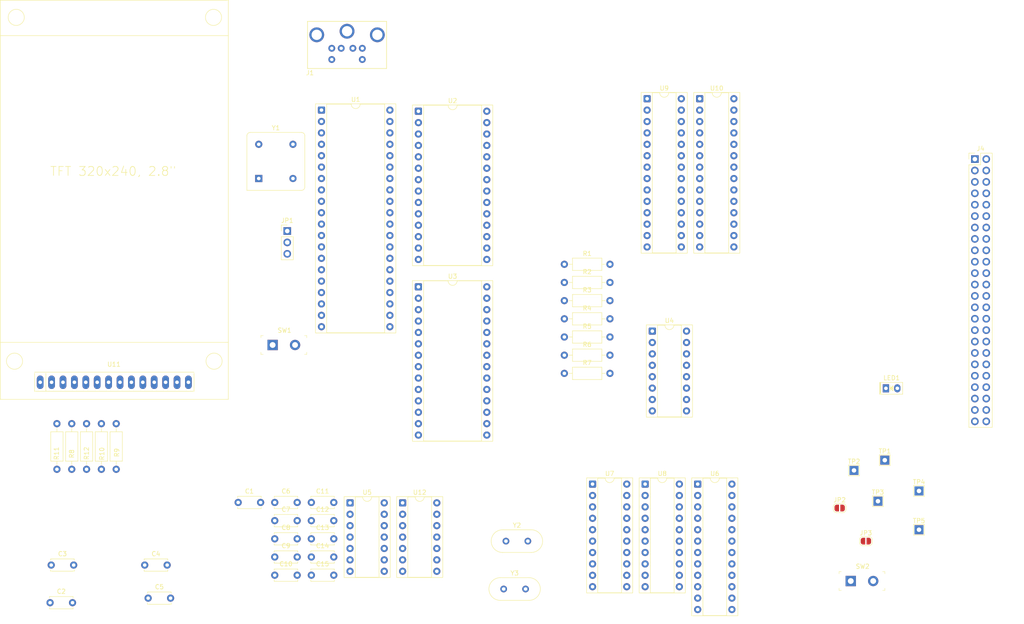
<source format=kicad_pcb>
(kicad_pcb (version 20241229) (generator "pcbnew") (generator_version "9.0")
  (title_block (title "Apple I - Reproduction Board") (date "2025-03-03") (rev "v100") (company "IARI Tech, LLC") (comment 1 "Based on original derivative work by Sergey Panarin - SmartyKit") (comment 2 "https://creativecommons.org/licenses/by-nc-sa/4.0/") (comment 3 "This work is licensed under CC BY-NC-SA 4.0") (comment 4 "Tom Gambill"))
  (layers (0 "F.Cu" signal) (4 "In1.Cu" power) (6 "In2.Cu" power) (2 "B.Cu" signal) (13 "F.Paste" user) (15 "B.Paste" user) (5 "F.SilkS" user "F.Silkscreen") (7 "B.SilkS" user "B.Silkscreen") (1 "F.Mask" user) (3 "B.Mask" user) (25 "Edge.Cuts" user))
  (net 0 "")
  (net 1 "+5V")
  (net 2 "GND")
  (net 3 "Net-(U9-XTAL1{slash}PB6)")
  (net 4 "Net-(U9-XTAL2{slash}PB7)")
  (net 5 "Net-(U10-XTAL1{slash}PB6)")
  (net 6 "Net-(U10-XTAL2{slash}PB7)")
  (net 7 "/PS2_Data")
  (net 10 "/PS2_Clock")
  (net 11 "/A0")
  (net 12 "/A14")
  (net 14 "/A2")
  (net 15 "/A1")
  (net 16 "W_")
  (net 17 "/A3")
  (net 18 "/A7")
  (net 19 "~{$9xxx}")
  (net 21 "/A11")
  (net 22 "/D0")
  (net 23 "Phi1")
  (net 24 "~{$Cxxx}")
  (net 25 "~{NMI}")
  (net 26 "/A10")
  (net 30 "/D6")
  (net 31 "/D2")
  (net 32 "/A13")
  (net 33 "~{IRQ}")
  (net 34 "/A5")
  (net 35 "/A15")
  (net 37 "/D3")
  (net 38 "/A6")
  (net 39 "R_")
  (net 40 "/D4")
  (net 41 "~{$Bxxx}")
  (net 42 "/D5")
  (net 44 "~{$8xxx}")
  (net 45 "/D1")
  (net 46 "~{$Axxx}")
  (net 48 "/A12")
  (net 49 "/A8")
  (net 51 "Ext_Clk")
  (net 52 "/A4")
  (net 53 "/A9")
  (net 55 "/D7")
  (net 56 "Phi2")
  (net 57 "Net-(JP1-B)")
  (net 58 "Net-(JP1-C)")
  (net 59 "Net-(JP2-A)")
  (net 60 "Net-(JP3-A)")
  (net 61 "Net-(LED1-A)")
  (net 62 "Net-(LED1-K)")
  (net 63 "Net-(U1-RDY)")
  (net 64 "Net-(U1-~{RES})")
  (net 65 "Net-(U9-~{RESET}{slash}PC6)")
  (net 66 "Net-(SW2A-D)")
  (net 67 "Net-(U11-RESET)")
  (net 68 "/SPI.RST")
  (net 69 "Net-(U11-SCK)")
  (net 70 "/SPI.SCK")
  (net 71 "/SPI.MOSI")
  (net 72 "Net-(U11-MOSI)")
  (net 73 "Net-(U11-~{CS})")
  (net 74 "/SPI.DC")
  (net 75 "Net-(U11-D{slash}~{C})")
  (net 76 "Net-(U10-PD2)")
  (net 77 "Net-(U11-MISO)")
  (net 78 "/I2C.SDA")
  (net 79 "/I2C.SCL")
  (net 80 "Net-(U9-PC4)")
  (net 84 "CPU_RW")
  (net 86 "~{ROM_SEL_}")
  (net 87 "~{$Exxx}")
  (net 88 "~{$Dxxx}")
  (net 89 "~{$Fxxx}")
  (net 90 "Net-(U5-3A)")
  (net 94 "~{Keyboard}")
  (net 104 "~{Vid_Bit7}")
  (net 105 "~{Video}")
  (net 106 "~{Kbd_Bit7}")
  (net 107 "/KD3")
  (net 108 "/KD1")
  (net 109 "/KD4")
  (net 110 "/KD5")
  (net 111 "/KD7")
  (net 112 "/KD0")
  (net 113 "/KD6")
  (net 114 "/KD2")
  (net 115 "/VD5")
  (net 116 "/VD1")
  (net 117 "/VD7")
  (net 118 "/VD3")
  (net 119 "/VD0")
  (net 120 "/VD2")
  (net 121 "/VD4")
  (net 122 "/VD6")
  (net 127 "KBIT7")
  (net 131 "VBIT7")
  (footprint "Resistor_THT:R_Axial_DIN0207_L6.3mm_D2.5mm_P10.16mm_Horizontal" (layer "F.Cu") (at 165.608 88.406)
    (property "Reference" "R4" (at 5.08 -2.37 0) (layer "F.SilkS"))
    (property "Value" "3.3K")
    (pad "1" thru_hole circle (at 0 0) (size 1.6 1.6) (drill 0.8) (layers "*.Cu" "*.Mask") (net 1 "+5V"))
    (pad "2" thru_hole oval (at 10.16 0) (size 1.6 1.6) (drill 0.8) (layers "*.Cu" "*.Mask") (net 64 "Net-(U1-~{RES})"))
  )
  (footprint "TestPoint:TestPoint_THTPad_2.0x2.0mm_Drill1.0mm" (layer "F.Cu") (at 236.982 119.888)
    (property "Reference" "TP1" (at 0 -1.998 0) (layer "F.SilkS"))
    (property "Value" "Beep")
    (pad "1" thru_hole rect (at 0 0) (size 2 2) (drill 1) (layers "*.Cu" "*.Mask") (net 76 "Net-(U10-PD2)"))
  )
  (footprint "Resistor_THT:R_Axial_DIN0207_L6.3mm_D2.5mm_P10.16mm_Horizontal" (layer "F.Cu") (at 59.182 111.76 -90)
    (property "Reference" "R12" (at 6.604 0 90) (layer "F.SilkS"))
    (property "Value" "10K")
    (pad "1" thru_hole circle (at 0 0 270) (size 1.6 1.6) (drill 0.8) (layers "*.Cu" "*.Mask") (net 75 "Net-(U11-D{slash}~{C})"))
    (pad "2" thru_hole oval (at 10.16 0 270) (size 1.6 1.6) (drill 0.8) (layers "*.Cu" "*.Mask") (net 74 "/SPI.DC"))
  )
  (footprint "Crystal:Crystal_HC49-4H_Vertical" (layer "F.Cu") (at 152.6 137.922)
    (property "Reference" "Y2" (at 2.44 -3.525 0) (layer "F.SilkS"))
    (property "Value" "16MHz")
    (pad "1" thru_hole circle (at 0 0) (size 1.5 1.5) (drill 0.8) (layers "*.Cu" "*.Mask") (net 3 "Net-(U9-XTAL1{slash}PB6)"))
    (pad "2" thru_hole circle (at 4.88 0) (size 1.5 1.5) (drill 0.8) (layers "*.Cu" "*.Mask") (net 4 "Net-(U9-XTAL2{slash}PB7)"))
  )
  (footprint "Resistor_THT:R_Axial_DIN0207_L6.3mm_D2.5mm_P10.16mm_Horizontal" (layer "F.Cu") (at 165.608 80.306)
    (property "Reference" "R2" (at 5.08 -2.37 0) (layer "F.SilkS"))
    (property "Value" "3.3K")
    (pad "1" thru_hole circle (at 0 0) (size 1.6 1.6) (drill 0.8) (layers "*.Cu" "*.Mask") (net 1 "+5V"))
    (pad "2" thru_hole oval (at 10.16 0) (size 1.6 1.6) (drill 0.8) (layers "*.Cu" "*.Mask") (net 25 "~{NMI}"))
  )
  (footprint "Resistor_THT:R_Axial_DIN0207_L6.3mm_D2.5mm_P10.16mm_Horizontal" (layer "F.Cu") (at 65.786 111.76 -90)
    (property "Reference" "R9" (at 6.45 -0.134 90) (layer "F.SilkS"))
    (property "Value" "10K")
    (pad "1" thru_hole circle (at 0 0 270) (size 1.6 1.6) (drill 0.8) (layers "*.Cu" "*.Mask") (net 69 "Net-(U11-SCK)"))
    (pad "2" thru_hole oval (at 10.16 0 270) (size 1.6 1.6) (drill 0.8) (layers "*.Cu" "*.Mask") (net 70 "/SPI.SCK"))
  )
  (footprint "Capacitor_THT:C_Disc_D5.0mm_W2.5mm_P5.00mm" (layer "F.Cu") (at 72.898 150.622)
    (property "Reference" "C5" (at 2.5 -2.5 0) (layer "F.SilkS"))
    (property "Value" "22pF")
    (pad "1" thru_hole circle (at 0 0) (size 1.6 1.6) (drill 0.8) (layers "*.Cu" "*.Mask") (net 6 "Net-(U10-XTAL2{slash}PB7)"))
    (pad "2" thru_hole circle (at 5 0) (size 1.6 1.6) (drill 0.8) (layers "*.Cu" "*.Mask") (net 2 "GND"))
  )
  (footprint "TestPoint:TestPoint_THTPad_2.0x2.0mm_Drill1.0mm" (layer "F.Cu") (at 244.602 126.746)
    (property "Reference" "TP4" (at 0 -1.998 0) (layer "F.SilkS"))
    (property "Value" "TV-SCL")
    (pad "1" thru_hole rect (at 0 0) (size 2 2) (drill 1) (layers "*.Cu" "*.Mask") (net 79 "/I2C.SCL"))
  )
  (footprint "Jumper:SolderJumper-2_P1.3mm_Open_RoundedPad1.0x1.5mm" (layer "F.Cu") (at 232.776 137.922)
    (property "Reference" "JP3" (at 0 -1.8 0) (layer "F.SilkS"))
    (property "Value" "AREF")
    (pad "1" smd custom (at -0.65 0) (size 1 0.5) (layers "F.Cu" "F.Mask") (net 60 "Net-(JP3-A)") (options (clearance outline) (anchor rect)) (primitives (gr_circle (center 0 0.25) (end 0.5 0.25) (width 0) (fill yes)) (gr_circle (center 0 -0.25) (end 0.5 -0.25) (width 0) (fill yes)) (gr_poly (pts (xy 0.5 0.75) (xy 0 0.75) (xy 0 -0.75) (xy 0.5 -0.75)) (width 0) (fill yes))))
    (pad "2" smd custom (at 0.65 0) (size 1 0.5) (layers "F.Cu" "F.Mask") (net 1 "+5V") (options (clearance outline) (anchor rect)) (primitives (gr_circle (center 0 0.25) (end 0.5 0.25) (width 0) (fill yes)) (gr_circle (center 0 -0.25) (end 0.5 -0.25) (width 0) (fill yes)) (gr_poly (pts (xy 0 0.75) (xy -0.5 0.75) (xy -0.5 -0.75) (xy 0 -0.75)) (width 0) (fill yes))))
  )
  (footprint "TestPoint:TestPoint_THTPad_2.0x2.0mm_Drill1.0mm" (layer "F.Cu") (at 235.458 129.032)
    (property "Reference" "TP3" (at 0 -1.998 0) (layer "F.SilkS"))
    (property "Value" "TV-SDA")
    (pad "1" thru_hole rect (at 0 0) (size 2 2) (drill 1) (layers "*.Cu" "*.Mask") (net 78 "/I2C.SDA"))
  )
  (footprint "Resistor_THT:R_Axial_DIN0207_L6.3mm_D2.5mm_P10.16mm_Horizontal" (layer "F.Cu") (at 165.608 100.556)
    (property "Reference" "R7" (at 5.08 -2.37 0) (layer "F.SilkS"))
    (property "Value" "10K")
    (pad "1" thru_hole circle (at 0 0) (size 1.6 1.6) (drill 0.8) (layers "*.Cu" "*.Mask") (net 66 "Net-(SW2A-D)"))
    (pad "2" thru_hole oval (at 10.16 0) (size 1.6 1.6) (drill 0.8) (layers "*.Cu" "*.Mask") (net 1 "+5V"))
  )
  (footprint "Oscillator:Oscillator_DIP-8" (layer "F.Cu") (at 97.536 57.15)
    (property "Reference" "Y1" (at 3.81 -11.26 0) (layer "F.SilkS"))
    (property "Value" "1MHz")
    (pad "1" thru_hole rect (at 0 0) (size 1.6 1.6) (drill 0.8) (layers "*.Cu" "*.Mask") (net 57 "Net-(JP1-B)"))
    (pad "4" thru_hole circle (at 7.62 0) (size 1.6 1.6) (drill 0.8) (layers "*.Cu" "*.Mask") (net 2 "GND"))
    (pad "5" thru_hole circle (at 7.62 -7.62) (size 1.6 1.6) (drill 0.8) (layers "*.Cu" "*.Mask"))
    (pad "8" thru_hole circle (at 0 -7.62) (size 1.6 1.6) (drill 0.8) (layers "*.Cu" "*.Mask") (net 1 "+5V"))
  )
  (footprint "Capacitor_THT:C_Disc_D5.0mm_W2.5mm_P5.00mm" (layer "F.Cu") (at 109.25 137.41)
    (property "Reference" "C13" (at 2.5 -2.5 0) (layer "F.SilkS"))
    (property "Value" ".1uF")
    (pad "1" thru_hole circle (at 0 0) (size 1.6 1.6) (drill 0.8) (layers "*.Cu" "*.Mask") (net 2 "GND"))
    (pad "2" thru_hole circle (at 5 0) (size 1.6 1.6) (drill 0.8) (layers "*.Cu" "*.Mask") (net 1 "+5V"))
  )
  (footprint "TestPoint:TestPoint_THTPad_2.0x2.0mm_Drill1.0mm" (layer "F.Cu") (at 230.124 122.174)
    (property "Reference" "TP2" (at 0 -1.998 0) (layer "F.SilkS"))
    (property "Value" "MISO")
    (pad "1" thru_hole rect (at 0 0) (size 2 2) (drill 1) (layers "*.Cu" "*.Mask") (net 77 "Net-(U11-MISO)"))
  )
  (footprint "Capacitor_THT:C_Disc_D5.0mm_W2.5mm_P5.00mm" (layer "F.Cu") (at 101.1 145.51)
    (property "Reference" "C10" (at 2.5 -2.5 0) (layer "F.SilkS"))
    (property "Value" ".1uF")
    (pad "1" thru_hole circle (at 0 0) (size 1.6 1.6) (drill 0.8) (layers "*.Cu" "*.Mask") (net 2 "GND"))
    (pad "2" thru_hole circle (at 5 0) (size 1.6 1.6) (drill 0.8) (layers "*.Cu" "*.Mask") (net 1 "+5V"))
  )
  (footprint "Capacitor_THT:C_Disc_D5.0mm_W2.5mm_P5.00mm" (layer "F.Cu") (at 101.1 133.36)
    (property "Reference" "C7" (at 2.5 -2.5 0) (layer "F.SilkS"))
    (property "Value" ".1uF")
    (pad "1" thru_hole circle (at 0 0) (size 1.6 1.6) (drill 0.8) (layers "*.Cu" "*.Mask") (net 2 "GND"))
    (pad "2" thru_hole circle (at 5 0) (size 1.6 1.6) (drill 0.8) (layers "*.Cu" "*.Mask") (net 1 "+5V"))
  )
  (footprint "Capacitor_THT:C_Disc_D5.0mm_W2.5mm_P5.00mm" (layer "F.Cu") (at 101.1 129.31)
    (property "Reference" "C6" (at 2.5 -2.5 0) (layer "F.SilkS"))
    (property "Value" ".1uF")
    (pad "1" thru_hole circle (at 0 0) (size 1.6 1.6) (drill 0.8) (layers "*.Cu" "*.Mask") (net 2 "GND"))
    (pad "2" thru_hole circle (at 5 0) (size 1.6 1.6) (drill 0.8) (layers "*.Cu" "*.Mask") (net 1 "+5V"))
  )
  (footprint "Package_DIP:DIP-14_W7.62mm_Socket" (layer "F.Cu") (at 117.87 129.4)
    (property "Reference" "U5" (at 3.81 -2.33 0) (layer "F.SilkS"))
    (property "Value" "SN74HC00N")
    (pad "1" thru_hole roundrect (at 0 0) (size 1.6 1.6) (drill 0.8) (layers "*.Cu" "*.Mask") (roundrect_rratio 0.15625) (net 84 "CPU_RW"))
    (pad "2" thru_hole circle (at 0 2.54) (size 1.6 1.6) (drill 0.8) (layers "*.Cu" "*.Mask") (net 84 "CPU_RW"))
    (pad "3" thru_hole circle (at 0 5.08) (size 1.6 1.6) (drill 0.8) (layers "*.Cu" "*.Mask") (net 39 "R_"))
    (pad "4" thru_hole circle (at 0 7.62) (size 1.6 1.6) (drill 0.8) (layers "*.Cu" "*.Mask") (net 56 "Phi2"))
    (pad "5" thru_hole circle (at 0 10.16) (size 1.6 1.6) (drill 0.8) (layers "*.Cu" "*.Mask") (net 39 "R_"))
    (pad "6" thru_hole circle (at 0 12.7) (size 1.6 1.6) (drill 0.8) (layers "*.Cu" "*.Mask") (net 16 "W_"))
    (pad "7" thru_hole circle (at 0 15.24) (size 1.6 1.6) (drill 0.8) (layers "*.Cu" "*.Mask") (net 2 "GND"))
    (pad "8" thru_hole circle (at 7.62 15.24) (size 1.6 1.6) (drill 0.8) (layers "*.Cu" "*.Mask") (net 86 "~{ROM_SEL_}"))
    (pad "9" thru_hole circle (at 7.62 12.7) (size 1.6 1.6) (drill 0.8) (layers "*.Cu" "*.Mask") (net 90 "Net-(U5-3A)"))
    (pad "10" thru_hole circle (at 7.62 10.16) (size 1.6 1.6) (drill 0.8) (layers "*.Cu" "*.Mask") (net 90 "Net-(U5-3A)"))
    (pad "11" thru_hole circle (at 7.62 7.62) (size 1.6 1.6) (drill 0.8) (layers "*.Cu" "*.Mask") (net 90 "Net-(U5-3A)"))
    (pad "12" thru_hole circle (at 7.62 5.08) (size 1.6 1.6) (drill 0.8) (layers "*.Cu" "*.Mask") (net 87 "~{$Exxx}"))
    (pad "13" thru_hole circle (at 7.62 2.54) (size 1.6 1.6) (drill 0.8) (layers "*.Cu" "*.Mask") (net 89 "~{$Fxxx}"))
    (pad "14" thru_hole circle (at 7.62 0) (size 1.6 1.6) (drill 0.8) (layers "*.Cu" "*.Mask") (net 1 "+5V"))
  )
  (footprint "PCM_LED_THT_AKL:LED_D2.0mm_W4.8mm_H2.5mm_FlatTop" (layer "F.Cu") (at 237.236 103.886)
    (property "Reference" "LED1" (at 1.27 -2.31 0) (layer "F.SilkS"))
    (property "Value" "KBD" (hide yes))
    (pad "1" thru_hole rect (at 0 0) (size 1.4 1.8) (drill 0.8) (layers "*.Cu" "*.Mask") (net 62 "Net-(LED1-K)"))
    (pad "2" thru_hole oval (at 2.54 0) (size 1.4 1.8) (drill 0.8) (layers "*.Cu" "*.Mask") (net 61 "Net-(LED1-A)"))
  )
  (footprint "Package_DIP:DIP-24_W7.62mm_Socket" (layer "F.Cu") (at 195.31 125.22)
    (property "Reference" "U6" (at 3.81 -2.33 0) (layer "F.SilkS"))
    (property "Value" "74154")
    (pad "1" thru_hole roundrect (at 0 0) (size 1.6 1.6) (drill 0.8) (layers "*.Cu" "*.Mask") (roundrect_rratio 0.15625))
    (pad "2" thru_hole circle (at 0 2.54) (size 1.6 1.6) (drill 0.8) (layers "*.Cu" "*.Mask") (net 94 "~{Keyboard}"))
    (pad "3" thru_hole circle (at 0 5.08) (size 1.6 1.6) (drill 0.8) (layers "*.Cu" "*.Mask"))
    (pad "4" thru_hole circle (at 0 7.62) (size 1.6 1.6) (drill 0.8) (layers "*.Cu" "*.Mask"))
    (pad "5" thru_hole circle (at 0 10.16) (size 1.6 1.6) (drill 0.8) (layers "*.Cu" "*.Mask"))
    (pad "6" thru_hole circle (at 0 12.7) (size 1.6 1.6) (drill 0.8) (layers "*.Cu" "*.Mask") (net 106 "~{Kbd_Bit7}"))
    (pad "7" thru_hole circle (at 0 15.24) (size 1.6 1.6) (drill 0.8) (layers "*.Cu" "*.Mask"))
    (pad "8" thru_hole circle (at 0 17.78) (size 1.6 1.6) (drill 0.8) (layers "*.Cu" "*.Mask"))
    (pad "9" thru_hole circle (at 0 20.32) (size 1.6 1.6) (drill 0.8) (layers "*.Cu" "*.Mask") (net 105 "~{Video}"))
    (pad "10" thru_hole circle (at 0 22.86) (size 1.6 1.6) (drill 0.8) (layers "*.Cu" "*.Mask") (net 104 "~{Vid_Bit7}"))
    (pad "11" thru_hole circle (at 0 25.4) (size 1.6 1.6) (drill 0.8) (layers "*.Cu" "*.Mask"))
    (pad "12" thru_hole circle (at 0 27.94) (size 1.6 1.6) (drill 0.8) (layers "*.Cu" "*.Mask") (net 2 "GND"))
    (pad "13" thru_hole circle (at 7.62 27.94) (size 1.6 1.6) (drill 0.8) (layers "*.Cu" "*.Mask"))
    (pad "14" thru_hole circle (at 7.62 25.4) (size 1.6 1.6) (drill 0.8) (layers "*.Cu" "*.Mask"))
    (pad "15" thru_hole circle (at 7.62 22.86) (size 1.6 1.6) (drill 0.8) (layers "*.Cu" "*.Mask"))
    (pad "16" thru_hole circle (at 7.62 20.32) (size 1.6 1.6) (drill 0.8) (layers "*.Cu" "*.Mask"))
    (pad "17" thru_hole circle (at 7.62 17.78) (size 1.6 1.6) (drill 0.8) (layers "*.Cu" "*.Mask"))
    (pad "18" thru_hole circle (at 7.62 15.24) (size 1.6 1.6) (drill 0.8) (layers "*.Cu" "*.Mask") (net 88 "~{$Dxxx}"))
    (pad "19" thru_hole circle (at 7.62 12.7) (size 1.6 1.6) (drill 0.8) (layers "*.Cu" "*.Mask") (net 2 "GND"))
    (pad "20" thru_hole circle (at 7.62 10.16) (size 1.6 1.6) (drill 0.8) (layers "*.Cu" "*.Mask") (net 15 "/A1"))
    (pad "21" thru_hole circle (at 7.62 7.62) (size 1.6 1.6) (drill 0.8) (layers "*.Cu" "*.Mask") (net 11 "/A0"))
    (pad "22" thru_hole circle (at 7.62 5.08) (size 1.6 1.6) (drill 0.8) (layers "*.Cu" "*.Mask") (net 16 "W_"))
    (pad "23" thru_hole circle (at 7.62 2.54) (size 1.6 1.6) (drill 0.8) (layers "*.Cu" "*.Mask") (net 39 "R_"))
    (pad "24" thru_hole circle (at 7.62 0) (size 1.6 1.6) (drill 0.8) (layers "*.Cu" "*.Mask") (net 1 "+5V"))
  )
  (footprint "digikey-footprints:TFT-320x240" (layer "F.Cu") (at 65.36 102.54)
    (property "Reference" "U11" (at -0.082 -3.988 0) (layer "F.SilkS"))
    (property "Value" "2.8 TFT SPI 240x320 V1.2")
    (fp_text user "TFT 320x240, 2.8\"" (at -0.254 -46.99 0) (layer "F.SilkS") (effects (font (size 2 2))))
    (pad "1" thru_hole oval (at -16.51 0) (size 1.5 3) (drill 0.8) (layers "*.Cu" "*.Mask") (net 1 "+5V"))
    (pad "2" thru_hole oval (at -13.97 0) (size 1.5 3) (drill 0.8) (layers "*.Cu" "*.Mask") (net 2 "GND"))
    (pad "3" thru_hole oval (at -11.43 0) (size 1.5 3) (drill 0.8) (layers "*.Cu" "*.Mask") (net 73 "Net-(U11-~{CS})"))
    (pad "4" thru_hole oval (at -8.89 0) (size 1.5 3) (drill 0.8) (layers "*.Cu" "*.Mask") (net 67 "Net-(U11-RESET)"))
    (pad "5" thru_hole oval (at -6.35 0) (size 1.5 3) (drill 0.8) (layers "*.Cu" "*.Mask") (net 75 "Net-(U11-D{slash}~{C})"))
    (pad "6" thru_hole oval (at -3.81 0) (size 1.5 3) (drill 0.8) (layers "*.Cu" "*.Mask") (net 72 "Net-(U11-MOSI)"))
    (pad "7" thru_hole oval (at -1.27 0) (size 1.5 3) (drill 0.8) (layers "*.Cu" "*.Mask") (net 69 "Net-(U11-SCK)"))
    (pad "8" thru_hole oval (at 1.27 0) (size 1.5 3) (drill 0.8) (layers "*.Cu" "*.Mask") (net 1 "+5V"))
    (pad "9" thru_hole oval (at 3.81 0) (size 1.5 3) (drill 0.8) (layers "*.Cu" "*.Mask") (net 77 "Net-(U11-MISO)"))
    (pad "10" thru_hole oval (at 6.35 0) (size 1.5 3) (drill 0.8) (layers "*.Cu" "*.Mask"))
    (pad "11" thru_hole oval (at 8.89 0) (size 1.5 3) (drill 0.8) (layers "*.Cu" "*.Mask"))
    (pad "12" thru_hole oval (at 11.43 0) (size 1.5 3) (drill 0.8) (layers "*.Cu" "*.Mask"))
    (pad "13" thru_hole oval (at 13.97 0) (size 1.5 3) (drill 0.8) (layers "*.Cu" "*.Mask"))
    (pad "14" thru_hole oval (at 16.51 0) (size 1.5 3) (drill 0.8) (layers "*.Cu" "*.Mask"))
  )
  (footprint "Package_DIP:DIP-28_W15.24mm_Socket" (layer "F.Cu") (at 133.096 42.164)
    (property "Reference" "U2" (at 7.62 -2.33 0) (layer "F.SilkS"))
    (property "Value" "UT62256CPCL")
    (pad "1" thru_hole roundrect (at 0 0) (size 1.6 1.6) (drill 0.8) (layers "*.Cu" "*.Mask") (roundrect_rratio 0.15625) (net 12 "/A14"))
    (pad "2" thru_hole circle (at 0 2.54) (size 1.6 1.6) (drill 0.8) (layers "*.Cu" "*.Mask") (net 48 "/A12"))
    (pad "3" thru_hole circle (at 0 5.08) (size 1.6 1.6) (drill 0.8) (layers "*.Cu" "*.Mask") (net 18 "/A7"))
    (pad "4" thru_hole circle (at 0 7.62) (size 1.6 1.6) (drill 0.8) (layers "*.Cu" "*.Mask") (net 38 "/A6"))
    (pad "5" thru_hole circle (at 0 10.16) (size 1.6 1.6) (drill 0.8) (layers "*.Cu" "*.Mask") (net 34 "/A5"))
    (pad "6" thru_hole circle (at 0 12.7) (size 1.6 1.6) (drill 0.8) (layers "*.Cu" "*.Mask") (net 52 "/A4"))
    (pad "7" thru_hole circle (at 0 15.24) (size 1.6 1.6) (drill 0.8) (layers "*.Cu" "*.Mask") (net 17 "/A3"))
    (pad "8" thru_hole circle (at 0 17.78) (size 1.6 1.6) (drill 0.8) (layers "*.Cu" "*.Mask") (net 14 "/A2"))
    (pad "9" thru_hole circle (at 0 20.32) (size 1.6 1.6) (drill 0.8) (layers "*.Cu" "*.Mask") (net 15 "/A1"))
    (pad "10" thru_hole circle (at 0 22.86) (size 1.6 1.6) (drill 0.8) (layers "*.Cu" "*.Mask") (net 11 "/A0"))
    (pad "11" thru_hole circle (at 0 25.4) (size 1.6 1.6) (drill 0.8) (layers "*.Cu" "*.Mask") (net 22 "/D0"))
    (pad "12" thru_hole circle (at 0 27.94) (size 1.6 1.6) (drill 0.8) (layers "*.Cu" "*.Mask") (net 45 "/D1"))
    (pad "13" thru_hole circle (at 0 30.48) (size 1.6 1.6) (drill 0.8) (layers "*.Cu" "*.Mask") (net 31 "/D2"))
    (pad "14" thru_hole circle (at 0 33.02) (size 1.6 1.6) (drill 0.8) (layers "*.Cu" "*.Mask") (net 2 "GND"))
    (pad "15" thru_hole circle (at 15.24 33.02) (size 1.6 1.6) (drill 0.8) (layers "*.Cu" "*.Mask") (net 37 "/D3"))
    (pad "16" thru_hole circle (at 15.24 30.48) (size 1.6 1.6) (drill 0.8) (layers "*.Cu" "*.Mask") (net 40 "/D4"))
    (pad "17" thru_hole circle (at 15.24 27.94) (size 1.6 1.6) (drill 0.8) (layers "*.Cu" "*.Mask") (net 42 "/D5"))
    (pad "18" thru_hole circle (at 15.24 25.4) (size 1.6 1.6) (drill 0.8) (layers "*.Cu" "*.Mask") (net 30 "/D6"))
    (pad "19" thru_hole circle (at 15.24 22.86) (size 1.6 1.6) (drill 0.8) (layers "*.Cu" "*.Mask") (net 55 "/D7"))
    (pad "20" thru_hole circle (at 15.24 20.32) (size 1.6 1.6) (drill 0.8) (layers "*.Cu" "*.Mask") (net 35 "/A15"))
    (pad "21" thru_hole circle (at 15.24 17.78) (size 1.6 1.6) (drill 0.8) (layers "*.Cu" "*.Mask") (net 26 "/A10"))
    (pad "22" thru_hole circle (at 15.24 15.24) (size 1.6 1.6) (drill 0.8) (layers "*.Cu" "*.Mask") (net 35 "/A15"))
    (pad "23" thru_hole circle (at 15.24 12.7) (size 1.6 1.6) (drill 0.8) (layers "*.Cu" "*.Mask") (net 21 "/A11"))
    (pad "24" thru_hole circle (at 15.24 10.16) (size 1.6 1.6) (drill 0.8) (layers "*.Cu" "*.Mask") (net 53 "/A9"))
    (pad "25" thru_hole circle (at 15.24 7.62) (size 1.6 1.6) (drill 0.8) (layers "*.Cu" "*.Mask") (net 49 "/A8"))
    (pad "26" thru_hole circle (at 15.24 5.08) (size 1.6 1.6) (drill 0.8) (layers "*.Cu" "*.Mask") (net 32 "/A13"))
    (pad "27" thru_hole circle (at 15.24 2.54) (size 1.6 1.6) (drill 0.8) (layers "*.Cu" "*.Mask") (net 16 "W_"))
    (pad "28" thru_hole circle (at 15.24 0) (size 1.6 1.6) (drill 0.8) (layers "*.Cu" "*.Mask") (net 1 "+5V"))
  )
  (footprint "Package_DIP:DIP-14_W7.62mm_Socket" (layer "F.Cu") (at 129.58 129.4)
    (property "Reference" "U12" (at 3.81 -2.33 0) (layer "F.SilkS"))
    (property "Value" "SN74AHC125N")
    (pad "1" thru_hole roundrect (at 0 0) (size 1.6 1.6) (drill 0.8) (layers "*.Cu" "*.Mask") (roundrect_rratio 0.15625) (net 104 "~{Vid_Bit7}"))
    (pad "2" thru_hole circle (at 0 2.54) (size 1.6 1.6) (drill 0.8) (layers "*.Cu" "*.Mask") (net 131 "VBIT7"))
    (pad "3" thru_hole circle (at 0 5.08) (size 1.6 1.6) (drill 0.8) (layers "*.Cu" "*.Mask") (net 55 "/D7"))
    (pad "4" thru_hole circle (at 0 7.62) (size 1.6 1.6) (drill 0.8) (layers "*.Cu" "*.Mask") (net 106 "~{Kbd_Bit7}"))
    (pad "5" thru_hole circle (at 0 10.16) (size 1.6 1.6) (drill 0.8) (layers "*.Cu" "*.Mask") (net 127 "KBIT7"))
    (pad "6" thru_hole circle (at 0 12.7) (size 1.6 1.6) (drill 0.8) (layers "*.Cu" "*.Mask") (net 55 "/D7"))
    (pad "7" thru_hole circle (at 0 15.24) (size 1.6 1.6) (drill 0.8) (layers "*.Cu" "*.Mask") (net 2 "GND"))
    (pad "8" thru_hole circle (at 7.62 15.24) (size 1.6 1.6) (drill 0.8) (layers "*.Cu" "*.Mask"))
    (pad "9" thru_hole circle (at 7.62 12.7) (size 1.6 1.6) (drill 0.8) (layers "*.Cu" "*.Mask"))
    (pad "10" thru_hole circle (at 7.62 10.16) (size 1.6 1.6) (drill 0.8) (layers "*.Cu" "*.Mask"))
    (pad "11" thru_hole circle (at 7.62 7.62) (size 1.6 1.6) (drill 0.8) (layers "*.Cu" "*.Mask"))
    (pad "12" thru_hole circle (at 7.62 5.08) (size 1.6 1.6) (drill 0.8) (layers "*.Cu" "*.Mask"))
    (pad "13" thru_hole circle (at 7.62 2.54) (size 1.6 1.6) (drill 0.8) (layers "*.Cu" "*.Mask"))
    (pad "14" thru_hole circle (at 7.62 0) (size 1.6 1.6) (drill 0.8) (layers "*.Cu" "*.Mask") (net 1 "+5V"))
  )
  (footprint "Resistor_THT:R_Axial_DIN0207_L6.3mm_D2.5mm_P10.16mm_Horizontal" (layer "F.Cu") (at 52.578 111.76 -90)
    (property "Reference" "R11" (at 6.616 0.094 90) (layer "F.SilkS"))
    (property "Value" "10K")
    (pad "1" thru_hole circle (at 0 0 270) (size 1.6 1.6) (drill 0.8) (layers "*.Cu" "*.Mask") (net 73 "Net-(U11-~{CS})"))
    (pad "2" thru_hole oval (at 10.16 0 270) (size 1.6 1.6) (drill 0.8) (layers "*.Cu" "*.Mask") (net 2 "GND"))
  )
  (footprint "Package_DIP:DIP-28_W7.62mm_Socket" (layer "F.Cu") (at 195.75 39.38)
    (property "Reference" "U10" (at 3.81 -2.33 0) (layer "F.SilkS"))
    (property "Value" "ATmega328P-P")
    (pad "1" thru_hole roundrect (at 0 0) (size 1.6 1.6) (drill 0.8) (layers "*.Cu" "*.Mask") (roundrect_rratio 0.15625) (net 66 "Net-(SW2A-D)"))
    (pad "2" thru_hole circle (at 0 2.54) (size 1.6 1.6) (drill 0.8) (layers "*.Cu" "*.Mask"))
    (pad "3" thru_hole circle (at 0 5.08) (size 1.6 1.6) (drill 0.8) (layers "*.Cu" "*.Mask"))
    (pad "4" thru_hole circle (at 0 7.62) (size 1.6 1.6) (drill 0.8) (layers "*.Cu" "*.Mask") (net 76 "Net-(U10-PD2)"))
    (pad "5" thru_hole circle (at 0 10.16) (size 1.6 1.6) (drill 0.8) (layers "*.Cu" "*.Mask") (net 105 "~{Video}"))
    (pad "6" thru_hole circle (at 0 12.7) (size 1.6 1.6) (drill 0.8) (layers "*.Cu" "*.Mask"))
    (pad "7" thru_hole circle (at 0 15.24) (size 1.6 1.6) (drill 0.8) (layers "*.Cu" "*.Mask") (net 1 "+5V"))
    (pad "8" thru_hole circle (at 0 17.78) (size 1.6 1.6) (drill 0.8) (layers "*.Cu" "*.Mask") (net 2 "GND"))
    (pad "9" thru_hole circle (at 0 20.32) (size 1.6 1.6) (drill 0.8) (layers "*.Cu" "*.Mask") (net 5 "Net-(U10-XTAL1{slash}PB6)"))
    (pad "10" thru_hole circle (at 0 22.86) (size 1.6 1.6) (drill 0.8) (layers "*.Cu" "*.Mask") (net 6 "Net-(U10-XTAL2{slash}PB7)"))
    (pad "11" thru_hole circle (at 0 25.4) (size 1.6 1.6) (drill 0.8) (layers "*.Cu" "*.Mask") (net 131 "VBIT7"))
    (pad "12" thru_hole circle (at 0 27.94) (size 1.6 1.6) (drill 0.8) (layers "*.Cu" "*.Mask") (net 119 "/VD0"))
    (pad "13" thru_hole circle (at 0 30.48) (size 1.6 1.6) (drill 0.8) (layers "*.Cu" "*.Mask") (net 116 "/VD1"))
    (pad "14" thru_hole circle (at 0 33.02) (size 1.6 1.6) (drill 0.8) (layers "*.Cu" "*.Mask") (net 120 "/VD2"))
    (pad "15" thru_hole circle (at 7.62 33.02) (size 1.6 1.6) (drill 0.8) (layers "*.Cu" "*.Mask") (net 118 "/VD3"))
    (pad "16" thru_hole circle (at 7.62 30.48) (size 1.6 1.6) (drill 0.8) (layers "*.Cu" "*.Mask") (net 121 "/VD4"))
    (pad "17" thru_hole circle (at 7.62 27.94) (size 1.6 1.6) (drill 0.8) (layers "*.Cu" "*.Mask") (net 115 "/VD5"))
    (pad "18" thru_hole circle (at 7.62 25.4) (size 1.6 1.6) (drill 0.8) (layers "*.Cu" "*.Mask") (net 122 "/VD6"))
    (pad "19" thru_hole circle (at 7.62 22.86) (size 1.6 1.6) (drill 0.8) (layers "*.Cu" "*.Mask") (net 117 "/VD7"))
    (pad "20" thru_hole circle (at 7.62 20.32) (size 1.6 1.6) (drill 0.8) (layers "*.Cu" "*.Mask") (net 1 "+5V"))
    (pad "21" thru_hole circle (at 7.62 17.78) (size 1.6 1.6) (drill 0.8) (layers "*.Cu" "*.Mask") (net 60 "Net-(JP3-A)"))
    (pad "22" thru_hole circle (at 7.62 15.24) (size 1.6 1.6) (drill 0.8) (layers "*.Cu" "*.Mask") (net 2 "GND"))
    (pad "23" thru_hole circle (at 7.62 12.7) (size 1.6 1.6) (drill 0.8) (layers "*.Cu" "*.Mask") (net 68 "/SPI.RST"))
    (pad "24" thru_hole circle (at 7.62 10.16) (size 1.6 1.6) (drill 0.8) (layers "*.Cu" "*.Mask") (net 74 "/SPI.DC"))
    (pad "25" thru_hole circle (at 7.62 7.62) (size 1.6 1.6) (drill 0.8) (layers "*.Cu" "*.Mask") (net 71 "/SPI.MOSI"))
    (pad "26" thru_hole circle (at 7.62 5.08) (size 1.6 1.6) (drill 0.8) (layers "*.Cu" "*.Mask") (net 70 "/SPI.SCK"))
    (pad "27" thru_hole circle (at 7.62 2.54) (size 1.6 1.6) (drill 0.8) (layers "*.Cu" "*.Mask") (net 78 "/I2C.SDA"))
    (pad "28" thru_hole circle (at 7.62 0) (size 1.6 1.6) (drill 0.8) (layers "*.Cu" "*.Mask") (net 79 "/I2C.SCL"))
  )
  (footprint "Package_DIP:DIP-20_W7.62mm_Socket" (layer "F.Cu") (at 183.6 125.22)
    (property "Reference" "U8" (at 3.81 -2.33 0) (layer "F.SilkS"))
    (property "Value" "74HC574AN")
    (pad "1" thru_hole roundrect (at 0 0) (size 1.6 1.6) (drill 0.8) (layers "*.Cu" "*.Mask") (roundrect_rratio 0.15625) (net 2 "GND"))
    (pad "2" thru_hole circle (at 0 2.54) (size 1.6 1.6) (drill 0.8) (layers "*.Cu" "*.Mask") (net 22 "/D0"))
    (pad "3" thru_hole circle (at 0 5.08) (size 1.6 1.6) (drill 0.8) (layers "*.Cu" "*.Mask") (net 45 "/D1"))
    (pad "4" thru_hole circle (at 0 7.62) (size 1.6 1.6) (drill 0.8) (layers "*.Cu" "*.Mask") (net 31 "/D2"))
    (pad "5" thru_hole circle (at 0 10.16) (size 1.6 1.6) (drill 0.8) (layers "*.Cu" "*.Mask") (net 37 "/D3"))
    (pad "6" thru_hole circle (at 0 12.7) (size 1.6 1.6) (drill 0.8) (layers "*.Cu" "*.Mask") (net 40 "/D4"))
    (pad "7" thru_hole circle (at 0 15.24) (size 1.6 1.6) (drill 0.8) (layers "*.Cu" "*.Mask") (net 42 "/D5"))
    (pad "8" thru_hole circle (at 0 17.78) (size 1.6 1.6) (drill 0.8) (layers "*.Cu" "*.Mask") (net 30 "/D6"))
    (pad "9" thru_hole circle (at 0 20.32) (size 1.6 1.6) (drill 0.8) (layers "*.Cu" "*.Mask") (net 55 "/D7"))
    (pad "10" thru_hole circle (at 0 22.86) (size 1.6 1.6) (drill 0.8) (layers "*.Cu" "*.Mask") (net 2 "GND"))
    (pad "11" thru_hole circle (at 7.62 22.86) (size 1.6 1.6) (drill 0.8) (layers "*.Cu" "*.Mask") (net 105 "~{Video}"))
    (pad "12" thru_hole circle (at 7.62 20.32) (size 1.6 1.6) (drill 0.8) (layers "*.Cu" "*.Mask") (net 117 "/VD7"))
    (pad "13" thru_hole circle (at 7.62 17.78) (size 1.6 1.6) (drill 0.8) (layers "*.Cu" "*.Mask") (net 122 "/VD6"))
    (pad "14" thru_hole circle (at 7.62 15.24) (size 1.6 1.6) (drill 0.8) (layers "*.Cu" "*.Mask") (net 115 "/VD5"))
    (pad "15" thru_hole circle (at 7.62 12.7) (size 1.6 1.6) (drill 0.8) (layers "*.Cu" "*.Mask") (net 121 "/VD4"))
    (pad "16" thru_hole circle (at 7.62 10.16) (size 1.6 1.6) (drill 0.8) (layers "*.Cu" "*.Mask") (net 118 "/VD3"))
    (pad "17" thru_hole circle (at 7.62 7.62) (size 1.6 1.6) (drill 0.8) (layers "*.Cu" "*.Mask") (net 120 "/VD2"))
    (pad "18" thru_hole circle (at 7.62 5.08) (size 1.6 1.6) (drill 0.8) (layers "*.Cu" "*.Mask") (net 116 "/VD1"))
    (pad "19" thru_hole circle (at 7.62 2.54) (size 1.6 1.6) (drill 0.8) (layers "*.Cu" "*.Mask") (net 119 "/VD0"))
    (pad "20" thru_hole circle (at 7.62 0) (size 1.6 1.6) (drill 0.8) (layers "*.Cu" "*.Mask") (net 1 "+5V"))
  )
  (footprint "Capacitor_THT:C_Disc_D5.0mm_W2.5mm_P5.00mm" (layer "F.Cu") (at 109.25 141.46)
    (property "Reference" "C14" (at 2.5 -2.5 0) (layer "F.SilkS"))
    (property "Value" ".1uF")
    (pad "1" thru_hole circle (at 0 0) (size 1.6 1.6) (drill 0.8) (layers "*.Cu" "*.Mask") (net 2 "GND"))
    (pad "2" thru_hole circle (at 5 0) (size 1.6 1.6) (drill 0.8) (layers "*.Cu" "*.Mask") (net 1 "+5V"))
  )
  (footprint "Capacitor_THT:C_Disc_D5.0mm_W2.5mm_P5.00mm" (layer "F.Cu") (at 109.25 133.36)
    (property "Reference" "C12" (at 2.5 -2.5 0) (layer "F.SilkS"))
    (property "Value" ".1uF")
    (pad "1" thru_hole circle (at 0 0) (size 1.6 1.6) (drill 0.8) (layers "*.Cu" "*.Mask") (net 2 "GND"))
    (pad "2" thru_hole circle (at 5 0) (size 1.6 1.6) (drill 0.8) (layers "*.Cu" "*.Mask") (net 1 "+5V"))
  )
  (footprint "Resistor_THT:R_Axial_DIN0207_L6.3mm_D2.5mm_P10.16mm_Horizontal" (layer "F.Cu") (at 62.484 111.76 -90)
    (property "Reference" "R10" (at 6.704 -0.12 90) (layer "F.SilkS"))
    (property "Value" "10K")
    (pad "1" thru_hole circle (at 0 0 270) (size 1.6 1.6) (drill 0.8) (layers "*.Cu" "*.Mask") (net 72 "Net-(U11-MOSI)"))
    (pad "2" thru_hole oval (at 10.16 0 270) (size 1.6 1.6) (drill 0.8) (layers "*.Cu" "*.Mask") (net 71 "/SPI.MOSI"))
  )
  (footprint "Connector_PinHeader_2.54mm:PinHeader_2x24_P2.54mm_Vertical" (layer "F.Cu") (at 257.048 52.832)
    (property "Reference" "J4" (at 1.27 -2.33 0) (layer "F.SilkS"))
    (property "Value" "Processor Bus Connector")
    (pad "1" thru_hole rect (at 0 0) (size 1.7 1.7) (drill 1) (layers "*.Cu" "*.Mask") (net 11 "/A0"))
    (pad "2" thru_hole oval (at 2.54 0) (size 1.7 1.7) (drill 1) (layers "*.Cu" "*.Mask") (net 15 "/A1"))
    (pad "3" thru_hole oval (at 0 2.54) (size 1.7 1.7) (drill 1) (layers "*.Cu" "*.Mask") (net 14 "/A2"))
    (pad "4" thru_hole oval (at 2.54 2.54) (size 1.7 1.7) (drill 1) (layers "*.Cu" "*.Mask") (net 17 "/A3"))
    (pad "5" thru_hole oval (at 0 5.08) (size 1.7 1.7) (drill 1) (layers "*.Cu" "*.Mask") (net 52 "/A4"))
    (pad "6" thru_hole oval (at 2.54 5.08) (size 1.7 1.7) (drill 1) (layers "*.Cu" "*.Mask") (net 34 "/A5"))
    (pad "7" thru_hole oval (at 0 7.62) (size 1.7 1.7) (drill 1) (layers "*.Cu" "*.Mask") (net 38 "/A6"))
    (pad "8" thru_hole oval (at 2.54 7.62) (size 1.7 1.7) (drill 1) (layers "*.Cu" "*.Mask") (net 18 "/A7"))
    (pad "9" thru_hole oval (at 0 10.16) (size 1.7 1.7) (drill 1) (layers "*.Cu" "*.Mask") (net 49 "/A8"))
    (pad "10" thru_hole oval (at 2.54 10.16) (size 1.7 1.7) (drill 1) (layers "*.Cu" "*.Mask") (net 53 "/A9"))
    (pad "11" thru_hole oval (at 0 12.7) (size 1.7 1.7) (drill 1) (layers "*.Cu" "*.Mask") (net 26 "/A10"))
    (pad "12" thru_hole oval (at 2.54 12.7) (size 1.7 1.7) (drill 1) (layers "*.Cu" "*.Mask") (net 21 "/A11"))
    (pad "13" thru_hole oval (at 0 15.24) (size 1.7 1.7) (drill 1) (layers "*.Cu" "*.Mask") (net 48 "/A12"))
    (pad "14" thru_hole oval (at 2.54 15.24) (size 1.7 1.7) (drill 1) (layers "*.Cu" "*.Mask") (net 32 "/A13"))
    (pad "15" thru_hole oval (at 0 17.78) (size 1.7 1.7) (drill 1) (layers "*.Cu" "*.Mask") (net 12 "/A14"))
    (pad "16" thru_hole oval (at 2.54 17.78) (size 1.7 1.7) (drill 1) (layers "*.Cu" "*.Mask") (net 35 "/A15"))
    (pad "17" thru_hole oval (at 0 20.32) (size 1.7 1.7) (drill 1) (layers "*.Cu" "*.Mask") (net 22 "/D0"))
    (pad "18" thru_hole oval (at 2.54 20.32) (size 1.7 1.7) (drill 1) (layers "*.Cu" "*.Mask") (net 45 "/D1"))
    (pad "19" thru_hole oval (at 0 22.86) (size 1.7 1.7) (drill 1) (layers "*.Cu" "*.Mask") (net 31 "/D2"))
    (pad "20" thru_hole oval (at 2.54 22.86) (size 1.7 1.7) (drill 1) (layers "*.Cu" "*.Mask") (net 37 "/D3"))
    (pad "21" thru_hole oval (at 0 25.4) (size 1.7 1.7) (drill 1) (layers "*.Cu" "*.Mask") (net 40 "/D4"))
    (pad "22" thru_hole oval (at 2.54 25.4) (size 1.7 1.7) (drill 1) (layers "*.Cu" "*.Mask") (net 42 "/D5"))
    (pad "23" thru_hole oval (at 0 27.94) (size 1.7 1.7) (drill 1) (layers "*.Cu" "*.Mask") (net 30 "/D6"))
    (pad "24" thru_hole oval (at 2.54 27.94) (size 1.7 1.7) (drill 1) (layers "*.Cu" "*.Mask") (net 55 "/D7"))
    (pad "25" thru_hole oval (at 0 30.48) (size 1.7 1.7) (drill 1) (layers "*.Cu" "*.Mask") (net 1 "+5V"))
    (pad "26" thru_hole oval (at 2.54 30.48) (size 1.7 1.7) (drill 1) (layers "*.Cu" "*.Mask") (net 51 "Ext_Clk"))
    (pad "27" thru_hole oval (at 0 33.02) (size 1.7 1.7) (drill 1) (layers "*.Cu" "*.Mask") (net 23 "Phi1"))
    (pad "28" thru_hole oval (at 2.54 33.02) (size 1.7 1.7) (drill 1) (layers "*.Cu" "*.Mask") (net 56 "Phi2"))
    (pad "29" thru_hole oval (at 0 35.56) (size 1.7 1.7) (drill 1) (layers "*.Cu" "*.Mask") (net 33 "~{IRQ}"))
    (pad "30" thru_hole oval (at 2.54 35.56) (size 1.7 1.7) (drill 1) (layers "*.Cu" "*.Mask") (net 25 "~{NMI}"))
    (pad "31" thru_hole oval (at 0 38.1) (size 1.7 1.7) (drill 1) (layers "*.Cu" "*.Mask") (net 39 "R_"))
    (pad "32" thru_hole oval (at 2.54 38.1) (size 1.7 1.7) (drill 1) (layers "*.Cu" "*.Mask") (net 16 "W_"))
    (pad "33" thru_hole oval (at 0 40.64) (size 1.7 1.7) (drill 1) (layers "*.Cu" "*.Mask") (net 44 "~{$8xxx}"))
    (pad "34" thru_hole oval (at 2.54 40.64) (size 1.7 1.7) (drill 1) (layers "*.Cu" "*.Mask") (net 19 "~{$9xxx}"))
    (pad "35" thru_hole oval (at 0 43.18) (size 1.7 1.7) (drill 1) (layers "*.Cu" "*.Mask") (net 46 "~{$Axxx}"))
    (pad "36" thru_hole oval (at 2.54 43.18) (size 1.7 1.7) (drill 1) (layers "*.Cu" "*.Mask") (net 41 "~{$Bxxx}"))
    (pad "37" thru_hole oval (at 0 45.72) (size 1.7 1.7) (drill 1) (layers "*.Cu" "*.Mask") (net 24 "~{$Cxxx}"))
    (pad "38" thru_hole oval (at 2.54 45.72) (size 1.7 1.7) (drill 1) (layers "*.Cu" "*.Mask"))
    (pad "39" thru_hole oval (at 0 48.26) (size 1.7 1.7) (drill 1) (layers "*.Cu" "*.Mask"))
    (pad "40" thru_hole oval (at 2.54 48.26) (size 1.7 1.7) (drill 1) (layers "*.Cu" "*.Mask"))
    (pad "41" thru_hole oval (at 0 50.8) (size 1.7 1.7) (drill 1) (layers "*.Cu" "*.Mask"))
    (pad "42" thru_hole oval (at 2.54 50.8) (size 1.7 1.7) (drill 1) (layers "*.Cu" "*.Mask"))
    (pad "43" thru_hole oval (at 0 53.34) (size 1.7 1.7) (drill 1) (layers "*.Cu" "*.Mask"))
    (pad "44" thru_hole oval (at 2.54 53.34) (size 1.7 1.7) (drill 1) (layers "*.Cu" "*.Mask"))
    (pad "45" thru_hole oval (at 0 55.88) (size 1.7 1.7) (drill 1) (layers "*.Cu" "*.Mask"))
    (pad "46" thru_hole oval (at 2.54 55.88) (size 1.7 1.7) (drill 1) (layers "*.Cu" "*.Mask"))
    (pad "47" thru_hole oval (at 0 58.42) (size 1.7 1.7) (drill 1) (layers "*.Cu" "*.Mask"))
    (pad "48" thru_hole oval (at 2.54 58.42) (size 1.7 1.7) (drill 1) (layers "*.Cu" "*.Mask") (net 2 "GND"))
  )
  (footprint "digikey-footprints:Terminal_Block_D1.3mm_P5mm" (layer "F.Cu") (at 100.624 94.234)
    (property "Reference" "SW1" (at 2.65 -3.25 0) (layer "F.SilkS"))
    (property "Value" "Reset")
    (pad "1" thru_hole rect (at 0 0) (size 2.3 2.3) (drill 1.3) (layers "*.Cu" "*.Mask") (net 2 "GND"))
    (pad "2" thru_hole circle (at 5 0) (size 2.3 2.3) (drill 1.3) (layers "*.Cu" "*.Mask") (net 64 "Net-(U1-~{RES})"))
  )
  (footprint "Resistor_THT:R_Axial_DIN0207_L6.3mm_D2.5mm_P10.16mm_Horizontal" (layer "F.Cu") (at 165.608 84.356)
    (property "Reference" "R3" (at 5.08 -2.37 0) (layer "F.SilkS"))
    (property "Value" "3.3K")
    (pad "1" thru_hole circle (at 0 0) (size 1.6 1.6) (drill 0.8) (layers "*.Cu" "*.Mask") (net 1 "+5V"))
    (pad "2" thru_hole oval (at 10.16 0) (size 1.6 1.6) (drill 0.8) (layers "*.Cu" "*.Mask") (net 63 "Net-(U1-RDY)"))
  )
  (footprint "Capacitor_THT:C_Disc_D5.0mm_W2.5mm_P5.00mm" (layer "F.Cu") (at 109.25 129.31)
    (property "Reference" "C11" (at 2.5 -2.5 0) (layer "F.SilkS"))
    (property "Value" ".1uF")
    (pad "1" thru_hole circle (at 0 0) (size 1.6 1.6) (drill 0.8) (layers "*.Cu" "*.Mask") (net 2 "GND"))
    (pad "2" thru_hole circle (at 5 0) (size 1.6 1.6) (drill 0.8) (layers "*.Cu" "*.Mask") (net 1 "+5V"))
  )
  (footprint "Resistor_THT:R_Axial_DIN0207_L6.3mm_D2.5mm_P10.16mm_Horizontal" (layer "F.Cu") (at 165.608 92.456)
    (property "Reference" "R5" (at 5.08 -2.37 0) (layer "F.SilkS"))
    (property "Value" "10K")
    (pad "1" thru_hole circle (at 0 0) (size 1.6 1.6) (drill 0.8) (layers "*.Cu" "*.Mask") (net 65 "Net-(U9-~{RESET}{slash}PC6)"))
    (pad "2" thru_hole oval (at 10.16 0) (size 1.6 1.6) (drill 0.8) (layers "*.Cu" "*.Mask") (net 1 "+5V"))
  )
  (footprint "TestPoint:TestPoint_THTPad_2.0x2.0mm_Drill1.0mm" (layer "F.Cu") (at 244.602 135.382)
    (property "Reference" "TP5" (at 0 -1.998 0) (layer "F.SilkS"))
    (property "Value" "LowRateClk")
    (pad "1" thru_hole rect (at 0 0) (size 2 2) (drill 1) (layers "*.Cu" "*.Mask") (net 80 "Net-(U9-PC4)"))
  )
  (footprint "Capacitor_THT:C_Disc_D5.0mm_W2.5mm_P5.00mm" (layer "F.Cu") (at 72.136 143.256)
    (property "Reference" "C4" (at 2.5 -2.5 0) (layer "F.SilkS"))
    (property "Value" "22pF")
    (pad "1" thru_hole circle (at 0 0) (size 1.6 1.6) (drill 0.8) (layers "*.Cu" "*.Mask") (net 5 "Net-(U10-XTAL1{slash}PB6)"))
    (pad "2" thru_hole circle (at 5 0) (size 1.6 1.6) (drill 0.8) (layers "*.Cu" "*.Mask") (net 2 "GND"))
  )
  (footprint "Package_DIP:DIP-28_W7.62mm_Socket" (layer "F.Cu") (at 184.04 39.38)
    (property "Reference" "U9" (at 3.81 -2.33 0) (layer "F.SilkS"))
    (property "Value" "ATmega328P-P")
    (pad "1" thru_hole roundrect (at 0 0) (size 1.6 1.6) (drill 0.8) (layers "*.Cu" "*.Mask") (roundrect_rratio 0.15625) (net 65 "Net-(U9-~{RESET}{slash}PC6)"))
    (pad "2" thru_hole circle (at 0 2.54) (size 1.6 1.6) (drill 0.8) (layers "*.Cu" "*.Mask"))
    (pad "3" thru_hole circle (at 0 5.08) (size 1.6 1.6) (drill 0.8) (layers "*.Cu" "*.Mask"))
    (pad "4" thru_hole circle (at 0 7.62) (size 1.6 1.6) (drill 0.8) (layers "*.Cu" "*.Mask") (net 10 "/PS2_Clock"))
    (pad "5" thru_hole circle (at 0 10.16) (size 1.6 1.6) (drill 0.8) (layers "*.Cu" "*.Mask") (net 94 "~{Keyboard}"))
    (pad "6" thru_hole circle (at 0 12.7) (size 1.6 1.6) (drill 0.8) (layers "*.Cu" "*.Mask") (net 7 "/PS2_Data"))
    (pad "7" thru_hole circle (at 0 15.24) (size 1.6 1.6) (drill 0.8) (layers "*.Cu" "*.Mask") (net 1 "+5V"))
    (pad "8" thru_hole circle (at 0 17.78) (size 1.6 1.6) (drill 0.8) (layers "*.Cu" "*.Mask") (net 2 "GND"))
    (pad "9" thru_hole circle (at 0 20.32) (size 1.6 1.6) (drill 0.8) (layers "*.Cu" "*.Mask") (net 3 "Net-(U9-XTAL1{slash}PB6)"))
    (pad "10" thru_hole circle (at 0 22.86) (size 1.6 1.6) (drill 0.8) (layers "*.Cu" "*.Mask") (net 4 "Net-(U9-XTAL2{slash}PB7)"))
    (pad "11" thru_hole circle (at 0 25.4) (size 1.6 1.6) (drill 0.8) (layers "*.Cu" "*.Mask") (net 127 "KBIT7"))
    (pad "12" thru_hole circle (at 0 27.94) (size 1.6 1.6) (drill 0.8) (layers "*.Cu" "*.Mask") (net 112 "/KD0"))
    (pad "13" thru_hole circle (at 0 30.48) (size 1.6 1.6) (drill 0.8) (layers "*.Cu" "*.Mask") (net 108 "/KD1"))
    (pad "14" thru_hole circle (at 0 33.02) (size 1.6 1.6) (drill 0.8) (layers "*.Cu" "*.Mask") (net 114 "/KD2"))
    (pad "15" thru_hole circle (at 7.62 33.02) (size 1.6 1.6) (drill 0.8) (layers "*.Cu" "*.Mask") (net 107 "/KD3"))
    (pad "16" thru_hole circle (at 7.62 30.48) (size 1.6 1.6) (drill 0.8) (layers "*.Cu" "*.Mask") (net 109 "/KD4"))
    (pad "17" thru_hole circle (at 7.62 27.94) (size 1.6 1.6) (drill 0.8) (layers "*.Cu" "*.Mask") (net 110 "/KD5"))
    (pad "18" thru_hole circle (at 7.62 25.4) (size 1.6 1.6) (drill 0.8) (layers "*.Cu" "*.Mask") (net 113 "/KD6"))
    (pad "19" thru_hole circle (at 7.62 22.86) (size 1.6 1.6) (drill 0.8) (layers "*.Cu" "*.Mask") (net 111 "/KD7"))
    (pad "20" thru_hole circle (at 7.62 20.32) (size 1.6 1.6) (drill 0.8) (layers "*.Cu" "*.Mask") (net 1 "+5V"))
    (pad "21" thru_hole circle (at 7.62 17.78) (size 1.6 1.6) (drill 0.8) (layers "*.Cu" "*.Mask") (net 59 "Net-(JP2-A)"))
    (pad "22" thru_hole circle (at 7.62 15.24) (size 1.6 1.6) (drill 0.8) (layers "*.Cu" "*.Mask") (net 2 "GND"))
    (pad "23" thru_hole circle (at 7.62 12.7) (size 1.6 1.6) (drill 0.8) (layers "*.Cu" "*.Mask"))
    (pad "24" thru_hole circle (at 7.62 10.16) (size 1.6 1.6) (drill 0.8) (layers "*.Cu" "*.Mask"))
    (pad "25" thru_hole circle (at 7.62 7.62) (size 1.6 1.6) (drill 0.8) (layers "*.Cu" "*.Mask"))
    (pad "26" thru_hole circle (at 7.62 5.08) (size 1.6 1.6) (drill 0.8) (layers "*.Cu" "*.Mask"))
    (pad "27" thru_hole circle (at 7.62 2.54) (size 1.6 1.6) (drill 0.8) (layers "*.Cu" "*.Mask") (net 80 "Net-(U9-PC4)"))
    (pad "28" thru_hole circle (at 7.62 0) (size 1.6 1.6) (drill 0.8) (layers "*.Cu" "*.Mask") (net 61 "Net-(LED1-A)"))
  )
  (footprint "Capacitor_THT:C_Disc_D5.0mm_W2.5mm_P5.00mm" (layer "F.Cu") (at 101.1 141.46)
    (property "Reference" "C9" (at 2.5 -2.5 0) (layer "F.SilkS"))
    (property "Value" ".1uF")
    (pad "1" thru_hole circle (at 0 0) (size 1.6 1.6) (drill 0.8) (layers "*.Cu" "*.Mask") (net 2 "GND"))
    (pad "2" thru_hole circle (at 5 0) (size 1.6 1.6) (drill 0.8) (layers "*.Cu" "*.Mask") (net 1 "+5V"))
  )
  (footprint "Capacitor_THT:C_Disc_D5.0mm_W2.5mm_P5.00mm" (layer "F.Cu") (at 51.308 143.256)
    (property "Reference" "C3" (at 2.5 -2.5 0) (layer "F.SilkS"))
    (property "Value" "22pF")
    (pad "1" thru_hole circle (at 0 0) (size 1.6 1.6) (drill 0.8) (layers "*.Cu" "*.Mask") (net 4 "Net-(U9-XTAL2{slash}PB7)"))
    (pad "2" thru_hole circle (at 5 0) (size 1.6 1.6) (drill 0.8) (layers "*.Cu" "*.Mask") (net 2 "GND"))
  )
  (footprint "Capacitor_THT:C_Disc_D5.0mm_W2.5mm_P5.00mm" (layer "F.Cu") (at 101.1 137.41)
    (property "Reference" "C8" (at 2.5 -2.5 0) (layer "F.SilkS"))
    (property "Value" ".1uF")
    (pad "1" thru_hole circle (at 0 0) (size 1.6 1.6) (drill 0.8) (layers "*.Cu" "*.Mask") (net 2 "GND"))
    (pad "2" thru_hole circle (at 5 0) (size 1.6 1.6) (drill 0.8) (layers "*.Cu" "*.Mask") (net 1 "+5V"))
  )
  (footprint "Crystal:Crystal_HC49-4H_Vertical" (layer "F.Cu") (at 152.092 148.59)
    (property "Reference" "Y3" (at 2.44 -3.525 0) (layer "F.SilkS"))
    (property "Value" "16MHz")
    (pad "1" thru_hole circle (at 0 0) (size 1.5 1.5) (drill 0.8) (layers "*.Cu" "*.Mask") (net 6 "Net-(U10-XTAL2{slash}PB7)"))
    (pad "2" thru_hole circle (at 4.88 0) (size 1.5 1.5) (drill 0.8) (layers "*.Cu" "*.Mask") (net 5 "Net-(U10-XTAL1{slash}PB6)"))
  )
  (footprint "Package_DIP:DIP-16_W7.62mm_Socket" (layer "F.Cu") (at 185.2 91.14)
    (property "Reference" "U4" (at 3.81 -2.33 0) (layer "F.SilkS"))
    (property "Value" "74HC138")
    (pad "1" thru_hole roundrect (at 0 0) (size 1.6 1.6) (drill 0.8) (layers "*.Cu" "*.Mask") (roundrect_rratio 0.15625) (net 48 "/A12"))
    (pad "2" thru_hole circle (at 0 2.54) (size 1.6 1.6) (drill 0.8) (layers "*.Cu" "*.Mask") (net 32 "/A13"))
    (pad "3" thru_hole circle (at 0 5.08) (size 1.6 1.6) (drill 0.8) (layers "*.Cu" "*.Mask") (net 12 "/A14"))
    (pad "4" thru_hole circle (at 0 7.62) (size 1.6 1.6) (drill 0.8) (layers "*.Cu" "*.Mask") (net 2 "GND"))
    (pad "5" thru_hole circle (at 0 10.16) (size 1.6 1.6) (drill 0.8) (layers "*.Cu" "*.Mask") (net 2 "GND"))
    (pad "6" thru_hole circle (at 0 12.7) (size 1.6 1.6) (drill 0.8) (layers "*.Cu" "*.Mask") (net 35 "/A15"))
    (pad "7" thru_hole circle (at 0 15.24) (size 1.6 1.6) (drill 0.8) (layers "*.Cu" "*.Mask") (net 89 "~{$Fxxx}"))
    (pad "8" thru_hole circle (at 0 17.78) (size 1.6 1.6) (drill 0.8) (layers "*.Cu" "*.Mask") (net 2 "GND"))
    (pad "9" thru_hole circle (at 7.62 17.78) (size 1.6 1.6) (drill 0.8) (layers "*.Cu" "*.Mask") (net 87 "~{$Exxx}"))
    (pad "10" thru_hole circle (at 7.62 15.24) (size 1.6 1.6) (drill 0.8) (layers "*.Cu" "*.Mask") (net 88 "~{$Dxxx}"))
    (pad "11" thru_hole circle (at 7.62 12.7) (size 1.6 1.6) (drill 0.8) (layers "*.Cu" "*.Mask") (net 24 "~{$Cxxx}"))
    (pad "12" thru_hole circle (at 7.62 10.16) (size 1.6 1.6) (drill 0.8) (layers "*.Cu" "*.Mask") (net 41 "~{$Bxxx}"))
    (pad "13" thru_hole circle (at 7.62 7.62) (size 1.6 1.6) (drill 0.8) (layers "*.Cu" "*.Mask") (net 46 "~{$Axxx}"))
    (pad "14" thru_hole circle (at 7.62 5.08) (size 1.6 1.6) (drill 0.8) (layers "*.Cu" "*.Mask") (net 19 "~{$9xxx}"))
    (pad "15" thru_hole circle (at 7.62 2.54) (size 1.6 1.6) (drill 0.8) (layers "*.Cu" "*.Mask") (net 44 "~{$8xxx}"))
    (pad "16" thru_hole circle (at 7.62 0) (size 1.6 1.6) (drill 0.8) (layers "*.Cu" "*.Mask") (net 1 "+5V"))
  )
  (footprint "Package_DIP:DIP-40_W15.24mm_Socket" (layer "F.Cu") (at 111.506 41.91)
    (property "Reference" "U1" (at 7.62 -2.33 0) (layer "F.SilkS"))
    (property "Value" "W65C02SxP")
    (pad "1" thru_hole roundrect (at 0 0) (size 1.6 1.6) (drill 0.8) (layers "*.Cu" "*.Mask") (roundrect_rratio 0.15625))
    (pad "2" thru_hole circle (at 0 2.54) (size 1.6 1.6) (drill 0.8) (layers "*.Cu" "*.Mask") (net 63 "Net-(U1-RDY)"))
    (pad "3" thru_hole circle (at 0 5.08) (size 1.6 1.6) (drill 0.8) (layers "*.Cu" "*.Mask") (net 23 "Phi1"))
    (pad "4" thru_hole circle (at 0 7.62) (size 1.6 1.6) (drill 0.8) (layers "*.Cu" "*.Mask") (net 33 "~{IRQ}"))
    (pad "5" thru_hole circle (at 0 10.16) (size 1.6 1.6) (drill 0.8) (layers "*.Cu" "*.Mask"))
    (pad "6" thru_hole circle (at 0 12.7) (size 1.6 1.6) (drill 0.8) (layers "*.Cu" "*.Mask") (net 25 "~{NMI}"))
    (pad "7" thru_hole circle (at 0 15.24) (size 1.6 1.6) (drill 0.8) (layers "*.Cu" "*.Mask"))
    (pad "8" thru_hole circle (at 0 17.78) (size 1.6 1.6) (drill 0.8) (layers "*.Cu" "*.Mask") (net 1 "+5V"))
    (pad "9" thru_hole circle (at 0 20.32) (size 1.6 1.6) (drill 0.8) (layers "*.Cu" "*.Mask") (net 11 "/A0"))
    (pad "10" thru_hole circle (at 0 22.86) (size 1.6 1.6) (drill 0.8) (layers "*.Cu" "*.Mask") (net 15 "/A1"))
    (pad "11" thru_hole circle (at 0 25.4) (size 1.6 1.6) (drill 0.8) (layers "*.Cu" "*.Mask") (net 14 "/A2"))
    (pad "12" thru_hole circle (at 0 27.94) (size 1.6 1.6) (drill 0.8) (layers "*.Cu" "*.Mask") (net 17 "/A3"))
    (pad "13" thru_hole circle (at 0 30.48) (size 1.6 1.6) (drill 0.8) (layers "*.Cu" "*.Mask") (net 52 "/A4"))
    (pad "14" thru_hole circle (at 0 33.02) (size 1.6 1.6) (drill 0.8) (layers "*.Cu" "*.Mask") (net 34 "/A5"))
    (pad "15" thru_hole circle (at 0 35.56) (size 1.6 1.6) (drill 0.8) (layers "*.Cu" "*.Mask") (net 38 "/A6"))
    (pad "16" thru_hole circle (at 0 38.1) (size 1.6 1.6) (drill 0.8) (layers "*.Cu" "*.Mask") (net 18 "/A7"))
    (pad "17" thru_hole circle (at 0 40.64) (size 1.6 1.6) (drill 0.8) (layers "*.Cu" "*.Mask") (net 49 "/A8"))
    (pad "18" thru_hole circle (at 0 43.18) (size 1.6 1.6) (drill 0.8) (layers "*.Cu" "*.Mask") (net 53 "/A9"))
    (pad "19" thru_hole circle (at 0 45.72) (size 1.6 1.6) (drill 0.8) (layers "*.Cu" "*.Mask") (net 26 "/A10"))
    (pad "20" thru_hole circle (at 0 48.26) (size 1.6 1.6) (drill 0.8) (layers "*.Cu" "*.Mask") (net 21 "/A11"))
    (pad "21" thru_hole circle (at 15.24 48.26) (size 1.6 1.6) (drill 0.8) (layers "*.Cu" "*.Mask") (net 2 "GND"))
    (pad "22" thru_hole circle (at 15.24 45.72) (size 1.6 1.6) (drill 0.8) (layers "*.Cu" "*.Mask") (net 48 "/A12"))
    (pad "23" thru_hole circle (at 15.24 43.18) (size 1.6 1.6) (drill 0.8) (layers "*.Cu" "*.Mask") (net 32 "/A13"))
    (pad "24" thru_hole circle (at 15.24 40.64) (size 1.6 1.6) (drill 0.8) (layers "*.Cu" "*.Mask") (net 12 "/A14"))
    (pad "25" thru_hole circle (at 15.24 38.1) (size 1.6 1.6) (drill 0.8) (layers "*.Cu" "*.Mask") (net 35 "/A15"))
    (pad "26" thru_hole circle (at 15.24 35.56) (size 1.6 1.6) (drill 0.8) (layers "*.Cu" "*.Mask") (net 55 "/D7"))
    (pad "27" thru_hole circle (at 15.24 33.02) (size 1.6 1.6) (drill 0.8) (layers "*.Cu" "*.Mask") (net 30 "/D6"))
    (pad "28" thru_hole circle (at 15.24 30.48) (size 1.6 1.6) (drill 0.8) (layers "*.Cu" "*.Mask") (net 42 "/D5"))
    (pad "29" thru_hole circle (at 15.24 27.94) (size 1.6 1.6) (drill 0.8) (layers "*.Cu" "*.Mask") (net 40 "/D4"))
    (pad "30" thru_hole circle (at 15.24 25.4) (size 1.6 1.6) (drill 0.8) (layers "*.Cu" "*.Mask") (net 37 "/D3"))
    (pad "31" thru_hole circle (at 15.24 22.86) (size 1.6 1.6) (drill 0.8) (layers "*.Cu" "*.Mask") (net 31 "/D2"))
    (pad "32" thru_hole circle (at 15.24 20.32) (size 1.6 1.6) (drill 0.8) (layers "*.Cu" "*.Mask") (net 45 "/D1"))
    (pad "33" thru_hole circle (at 15.24 17.78) (size 1.6 1.6) (drill 0.8) (layers "*.Cu" "*.Mask") (net 22 "/D0"))
    (pad "34" thru_hole circle (at 15.24 15.24) (size 1.6 1.6) (drill 0.8) (layers "*.Cu" "*.Mask") (net 84 "CPU_RW"))
    (pad "35" thru_hole circle (at 15.24 12.7) (size 1.6 1.6) (drill 0.8) (layers "*.Cu" "*.Mask"))
    (pad "36" thru_hole circle (at 15.24 10.16) (size 1.6 1.6) (drill 0.8) (layers "*.Cu" "*.Mask") (net 1 "+5V"))
    (pad "37" thru_hole circle (at 15.24 7.62) (size 1.6 1.6) (drill 0.8) (layers "*.Cu" "*.Mask") (net 58 "Net-(JP1-C)"))
    (pad "38" thru_hole circle (at 15.24 5.08) (size 1.6 1.6) (drill 0.8) (layers "*.Cu" "*.Mask") (net 1 "+5V"))
    (pad "39" thru_hole circle (at 15.24 2.54) (size 1.6 1.6) (drill 0.8) (layers "*.Cu" "*.Mask") (net 56 "Phi2"))
    (pad "40" thru_hole circle (at 15.24 0) (size 1.6 1.6) (drill 0.8) (layers "*.Cu" "*.Mask") (net 64 "Net-(U1-~{RES})"))
  )
  (footprint "Capacitor_THT:C_Disc_D5.0mm_W2.5mm_P5.00mm" (layer "F.Cu") (at 109.25 145.51)
    (property "Reference" "C15" (at 2.5 -2.5 0) (layer "F.SilkS"))
    (property "Value" ".1uF")
    (pad "1" thru_hole circle (at 0 0) (size 1.6 1.6) (drill 0.8) (layers "*.Cu" "*.Mask") (net 1 "+5V"))
    (pad "2" thru_hole circle (at 5 0) (size 1.6 1.6) (drill 0.8) (layers "*.Cu" "*.Mask") (net 2 "GND"))
  )
  (footprint "Resistor_THT:R_Axial_DIN0207_L6.3mm_D2.5mm_P10.16mm_Horizontal" (layer "F.Cu") (at 165.608 76.256)
    (property "Reference" "R1" (at 5.08 -2.37 0) (layer "F.SilkS"))
    (property "Value" "3.3K")
    (pad "1" thru_hole circle (at 0 0) (size 1.6 1.6) (drill 0.8) (layers "*.Cu" "*.Mask") (net 1 "+5V"))
    (pad "2" thru_hole oval (at 10.16 0) (size 1.6 1.6) (drill 0.8) (layers "*.Cu" "*.Mask") (net 33 "~{IRQ}"))
  )
  (footprint "Jumper:SolderJumper-2_P1.3mm_Open_RoundedPad1.0x1.5mm" (layer "F.Cu") (at 226.934 130.556)
    (property "Reference" "JP2" (at 0 -1.8 0) (layer "F.SilkS"))
    (property "Value" "AREF")
    (pad "1" smd custom (at -0.65 0) (size 1 0.5) (layers "F.Cu" "F.Mask") (net 59 "Net-(JP2-A)") (options (clearance outline) (anchor rect)) (primitives (gr_circle (center 0 0.25) (end 0.5 0.25) (width 0) (fill yes)) (gr_circle (center 0 -0.25) (end 0.5 -0.25) (width 0) (fill yes)) (gr_poly (pts (xy 0.5 0.75) (xy 0 0.75) (xy 0 -0.75) (xy 0.5 -0.75)) (width 0) (fill yes))))
    (pad "2" smd custom (at 0.65 0) (size 1 0.5) (layers "F.Cu" "F.Mask") (net 1 "+5V") (options (clearance outline) (anchor rect)) (primitives (gr_circle (center 0 0.25) (end 0.5 0.25) (width 0) (fill yes)) (gr_circle (center 0 -0.25) (end 0.5 -0.25) (width 0) (fill yes)) (gr_poly (pts (xy 0 0.75) (xy -0.5 0.75) (xy -0.5 -0.75) (xy 0 -0.75)) (width 0) (fill yes))))
  )
  (footprint "digikey-footprints:Terminal_Block_D1.3mm_P5mm" (layer "F.Cu") (at 229.402 146.812)
    (property "Reference" "SW2" (at 2.65 -3.25 0) (layer "F.SilkS"))
    (property "Value" "Video Reset")
    (pad "1" thru_hole rect (at 0 0) (size 2.3 2.3) (drill 1.3) (layers "*.Cu" "*.Mask") (net 2 "GND"))
    (pad "2" thru_hole circle (at 5 0) (size 2.3 2.3) (drill 1.3) (layers "*.Cu" "*.Mask") (net 66 "Net-(SW2A-D)"))
  )
  (footprint "Package_DIP:DIP-20_W7.62mm_Socket" (layer "F.Cu") (at 171.89 125.22)
    (property "Reference" "U7" (at 3.81 -2.33 0) (layer "F.SilkS"))
    (property "Value" "74HC573AN")
    (pad "1" thru_hole roundrect (at 0 0) (size 1.6 1.6) (drill 0.8) (layers "*.Cu" "*.Mask") (roundrect_rratio 0.15625) (net 94 "~{Keyboard}"))
    (pad "2" thru_hole circle (at 0 2.54) (size 1.6 1.6) (drill 0.8) (layers "*.Cu" "*.Mask") (net 112 "/KD0"))
    (pad "3" thru_hole circle (at 0 5.08) (size 1.6 1.6) (drill 0.8) (layers "*.Cu" "*.Mask") (net 108 "/KD1"))
    (pad "4" thru_hole circle (at 0 7.62) (size 1.6 1.6) (drill 0.8) (layers "*.Cu" "*.Mask") (net 114 "/KD2"))
    (pad "5" thru_hole circle (at 0 10.16) (size 1.6 1.6) (drill 0.8) (layers "*.Cu" "*.Mask") (net 107 "/KD3"))
    (pad "6" thru_hole circle (at 0 12.7) (size 1.6 1.6) (drill 0.8) (layers "*.Cu" "*.Mask") (net 109 "/KD4"))
    (pad "7" thru_hole circle (at 0 15.24) (size 1.6 1.6) (drill 0.8) (layers "*.Cu" "*.Mask") (net 110 "/KD5"))
    (pad "8" thru_hole circle (at 0 17.78) (size 1.6 1.6) (drill 0.8) (layers "*.Cu" "*.Mask") (net 113 "/KD6"))
    (pad "9" thru_hole circle (at 0 20.32) (size 1.6 1.6) (drill 0.8) (layers "*.Cu" "*.Mask") (net 111 "/KD7"))
    (pad "10" thru_hole circle (at 0 22.86) (size 1.6 1.6) (drill 0.8) (layers "*.Cu" "*.Mask") (net 2 "GND"))
    (pad "11" thru_hole circle (at 7.62 22.86) (size 1.6 1.6) (drill 0.8) (layers "*.Cu" "*.Mask") (net 1 "+5V"))
    (pad "12" thru_hole circle (at 7.62 20.32) (size 1.6 1.6) (drill 0.8) (layers "*.Cu" "*.Mask") (net 55 "/D7"))
    (pad "13" thru_hole circle (at 7.62 17.78) (size 1.6 1.6) (drill 0.8) (layers "*.Cu" "*.Mask") (net 30 "/D6"))
    (pad "14" thru_hole circle (at 7.62 15.24) (size 1.6 1.6) (drill 0.8) (layers "*.Cu" "*.Mask") (net 42 "/D5"))
    (pad "15" thru_hole circle (at 7.62 12.7) (size 1.6 1.6) (drill 0.8) (layers "*.Cu" "*.Mask") (net 40 "/D4"))
    (pad "16" thru_hole circle (at 7.62 10.16) (size 1.6 1.6) (drill 0.8) (layers "*.Cu" "*.Mask") (net 37 "/D3"))
    (pad "17" thru_hole circle (at 7.62 7.62) (size 1.6 1.6) (drill 0.8) (layers "*.Cu" "*.Mask") (net 31 "/D2"))
    (pad "18" thru_hole circle (at 7.62 5.08) (size 1.6 1.6) (drill 0.8) (layers "*.Cu" "*.Mask") (net 45 "/D1"))
    (pad "19" thru_hole circle (at 7.62 2.54) (size 1.6 1.6) (drill 0.8) (layers "*.Cu" "*.Mask") (net 22 "/D0"))
    (pad "20" thru_hole circle (at 7.62 0) (size 1.6 1.6) (drill 0.8) (layers "*.Cu" "*.Mask") (net 1 "+5V"))
  )
  (footprint "Capacitor_THT:C_Disc_D5.0mm_W2.5mm_P5.00mm" (layer "F.Cu") (at 51.054 151.638)
    (property "Reference" "C2" (at 2.5 -2.5 0) (layer "F.SilkS"))
    (property "Value" "22pF")
    (pad "1" thru_hole circle (at 0 0) (size 1.6 1.6) (drill 0.8) (layers "*.Cu" "*.Mask") (net 3 "Net-(U9-XTAL1{slash}PB6)"))
    (pad "2" thru_hole circle (at 5 0) (size 1.6 1.6) (drill 0.8) (layers "*.Cu" "*.Mask") (net 2 "GND"))
  )
  (footprint "Capacitor_THT:C_Disc_D5.0mm_W2.5mm_P5.00mm" (layer "F.Cu") (at 92.95 129.31)
    (property "Reference" "C1" (at 2.5 -2.5 0) (layer "F.SilkS"))
    (property "Value" ".1uF")
    (pad "1" thru_hole circle (at 0 0) (size 1.6 1.6) (drill 0.8) (layers "*.Cu" "*.Mask") (net 1 "+5V"))
    (pad "2" thru_hole circle (at 5 0) (size 1.6 1.6) (drill 0.8) (layers "*.Cu" "*.Mask") (net 2 "GND"))
  )
  (footprint "Resistor_THT:R_Axial_DIN0207_L6.3mm_D2.5mm_P10.16mm_Horizontal" (layer "F.Cu") (at 165.608 96.506)
    (property "Reference" "R6" (at 5.08 -2.37 0) (layer "F.SilkS"))
    (property "Value" "1K")
    (pad "1" thru_hole circle (at 0 0) (size 1.6 1.6) (drill 0.8) (layers "*.Cu" "*.Mask") (net 62 "Net-(LED1-K)"))
    (pad "2" thru_hole oval (at 10.16 0) (size 1.6 1.6) (drill 0.8) (layers "*.Cu" "*.Mask") (net 1 "+5V"))
  )
  (footprint "Package_DIP:DIP-28_W15.24mm_Socket" (layer "F.Cu") (at 133.096 81.28)
    (property "Reference" "U3" (at 7.62 -2.33 0) (layer "F.SilkS"))
    (property "Value" "W27C512")
    (pad "1" thru_hole roundrect (at 0 0) (size 1.6 1.6) (drill 0.8) (layers "*.Cu" "*.Mask") (roundrect_rratio 0.15625) (net 35 "/A15"))
    (pad "2" thru_hole circle (at 0 2.54) (size 1.6 1.6) (drill 0.8) (layers "*.Cu" "*.Mask") (net 48 "/A12"))
    (pad "3" thru_hole circle (at 0 5.08) (size 1.6 1.6) (drill 0.8) (layers "*.Cu" "*.Mask") (net 18 "/A7"))
    (pad "4" thru_hole circle (at 0 7.62) (size 1.6 1.6) (drill 0.8) (layers "*.Cu" "*.Mask") (net 38 "/A6"))
    (pad "5" thru_hole circle (at 0 10.16) (size 1.6 1.6) (drill 0.8) (layers "*.Cu" "*.Mask") (net 34 "/A5"))
    (pad "6" thru_hole circle (at 0 12.7) (size 1.6 1.6) (drill 0.8) (layers "*.Cu" "*.Mask") (net 52 "/A4"))
    (pad "7" thru_hole circle (at 0 15.24) (size 1.6 1.6) (drill 0.8) (layers "*.Cu" "*.Mask") (net 17 "/A3"))
    (pad "8" thru_hole circle (at 0 17.78) (size 1.6 1.6) (drill 0.8) (layers "*.Cu" "*.Mask") (net 14 "/A2"))
    (pad "9" thru_hole circle (at 0 20.32) (size 1.6 1.6) (drill 0.8) (layers "*.Cu" "*.Mask") (net 15 "/A1"))
    (pad "10" thru_hole circle (at 0 22.86) (size 1.6 1.6) (drill 0.8) (layers "*.Cu" "*.Mask") (net 11 "/A0"))
    (pad "11" thru_hole circle (at 0 25.4) (size 1.6 1.6) (drill 0.8) (layers "*.Cu" "*.Mask") (net 22 "/D0"))
    (pad "12" thru_hole circle (at 0 27.94) (size 1.6 1.6) (drill 0.8) (layers "*.Cu" "*.Mask") (net 45 "/D1"))
    (pad "13" thru_hole circle (at 0 30.48) (size 1.6 1.6) (drill 0.8) (layers "*.Cu" "*.Mask") (net 31 "/D2"))
    (pad "14" thru_hole circle (at 0 33.02) (size 1.6 1.6) (drill 0.8) (layers "*.Cu" "*.Mask") (net 2 "GND"))
    (pad "15" thru_hole circle (at 15.24 33.02) (size 1.6 1.6) (drill 0.8) (layers "*.Cu" "*.Mask") (net 37 "/D3"))
    (pad "16" thru_hole circle (at 15.24 30.48) (size 1.6 1.6) (drill 0.8) (layers "*.Cu" "*.Mask") (net 40 "/D4"))
    (pad "17" thru_hole circle (at 15.24 27.94) (size 1.6 1.6) (drill 0.8) (layers "*.Cu" "*.Mask") (net 42 "/D5"))
    (pad "18" thru_hole circle (at 15.24 25.4) (size 1.6 1.6) (drill 0.8) (layers "*.Cu" "*.Mask") (net 30 "/D6"))
    (pad "19" thru_hole circle (at 15.24 22.86) (size 1.6 1.6) (drill 0.8) (layers "*.Cu" "*.Mask") (net 55 "/D7"))
    (pad "20" thru_hole circle (at 15.24 20.32) (size 1.6 1.6) (drill 0.8) (layers "*.Cu" "*.Mask") (net 86 "~{ROM_SEL_}"))
    (pad "21" thru_hole circle (at 15.24 17.78) (size 1.6 1.6) (drill 0.8) (layers "*.Cu" "*.Mask") (net 26 "/A10"))
    (pad "22" thru_hole circle (at 15.24 15.24) (size 1.6 1.6) (drill 0.8) (layers "*.Cu" "*.Mask") (net 86 "~{ROM_SEL_}"))
    (pad "23" thru_hole circle (at 15.24 12.7) (size 1.6 1.6) (drill 0.8) (layers "*.Cu" "*.Mask") (net 21 "/A11"))
    (pad "24" thru_hole circle (at 15.24 10.16) (size 1.6 1.6) (drill 0.8) (layers "*.Cu" "*.Mask") (net 53 "/A9"))
    (pad "25" thru_hole circle (at 15.24 7.62) (size 1.6 1.6) (drill 0.8) (layers "*.Cu" "*.Mask") (net 49 "/A8"))
    (pad "26" thru_hole circle (at 15.24 5.08) (size 1.6 1.6) (drill 0.8) (layers "*.Cu" "*.Mask") (net 32 "/A13"))
    (pad "27" thru_hole circle (at 15.24 2.54) (size 1.6 1.6) (drill 0.8) (layers "*.Cu" "*.Mask") (net 12 "/A14"))
    (pad "28" thru_hole circle (at 15.24 0) (size 1.6 1.6) (drill 0.8) (layers "*.Cu" "*.Mask") (net 1 "+5V"))
  )
  (footprint "Connector_PinHeader_2.54mm:PinHeader_1x03_P2.54mm_Vertical" (layer "F.Cu") (at 103.886 68.849)
    (property "Reference" "JP1" (at 0 -2.33 0) (layer "F.SilkS"))
    (property "Value" "Clk Select")
    (pad "1" thru_hole rect (at 0 0) (size 1.7 1.7) (drill 1) (layers "*.Cu" "*.Mask") (net 51 "Ext_Clk"))
    (pad "2" thru_hole oval (at 0 2.54) (size 1.7 1.7) (drill 1) (layers "*.Cu" "*.Mask") (net 58 "Net-(JP1-C)"))
    (pad "3" thru_hole oval (at 0 5.08) (size 1.7 1.7) (drill 1) (layers "*.Cu" "*.Mask") (net 57 "Net-(JP1-B)"))
  )
  (footprint "Resistor_THT:R_Axial_DIN0207_L6.3mm_D2.5mm_P10.16mm_Horizontal" (layer "F.Cu") (at 55.88 111.76 -90)
    (property "Reference" "R8" (at 6.71 0 90) (layer "F.SilkS"))
    (property "Value" "10K")
    (pad "1" thru_hole circle (at 0 0 270) (size 1.6 1.6) (drill 0.8) (layers "*.Cu" "*.Mask") (net 67 "Net-(U11-RESET)"))
    (pad "2" thru_hole oval (at 10.16 0 270) (size 1.6 1.6) (drill 0.8) (layers "*.Cu" "*.Mask") (net 68 "/SPI.RST"))
  )
  (footprint "digikey-footprints:MINI-DIN-6-FULL-SHIELD" (layer "F.Cu") (at 117.202 19.646)
    (property "Reference" "J1" (at -8.255 13.97 0) (layer "F.SilkS"))
    (property "Value" "PS/2 Keyboard" (hide yes))
    (pad "1" thru_hole circle (at -1.3 8.5) (size 1.524 1.524) (drill 0.762) (layers "*.Cu" "*.Mask") (net 7 "/PS2_Data"))
    (pad "2" thru_hole circle (at 1.3 8.5) (size 1.524 1.524) (drill 0.762) (layers "*.Cu" "*.Mask"))
    (pad "3" thru_hole circle (at -3.4 8.5) (size 1.524 1.524) (drill 0.762) (layers "*.Cu" "*.Mask") (net 2 "GND"))
    (pad "4" thru_hole circle (at 3.4 8.5) (size 1.524 1.524) (drill 0.762) (layers "*.Cu" "*.Mask") (net 1 "+5V"))
    (pad "5" thru_hole circle (at -3.4 11) (size 1.524 1.524) (drill 0.762) (layers "*.Cu" "*.Mask") (net 10 "/PS2_Clock"))
    (pad "6" thru_hole circle (at 3.4 11) (size 1.524 1.524) (drill 0.762) (layers "*.Cu" "*.Mask"))
    (pad "7" thru_hole circle (at -6.75 5.5) (size 3.3 3.3) (drill 2.3) (layers "*.Cu" "*.Mask"))
    (pad "7" thru_hole circle (at 0 4.7) (size 3.3 3.3) (drill 2.3) (layers "*.Cu" "*.Mask"))
    (pad "7" thru_hole circle (at 6.75 5.5) (size 3.3 3.3) (drill 2.3) (layers "*.Cu" "*.Mask"))
  )
)
</source>
